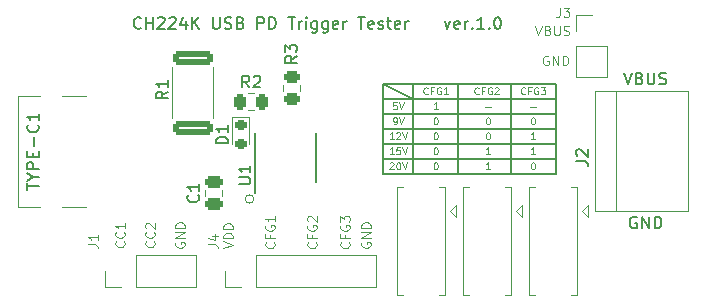
<source format=gto>
G04 #@! TF.GenerationSoftware,KiCad,Pcbnew,(6.0.10-0)*
G04 #@! TF.CreationDate,2023-02-24T11:02:46+09:00*
G04 #@! TF.ProjectId,CH224K_PD_Decoy,43483232-344b-45f5-9044-5f4465636f79,0.5*
G04 #@! TF.SameCoordinates,Original*
G04 #@! TF.FileFunction,Legend,Top*
G04 #@! TF.FilePolarity,Positive*
%FSLAX46Y46*%
G04 Gerber Fmt 4.6, Leading zero omitted, Abs format (unit mm)*
G04 Created by KiCad (PCBNEW (6.0.10-0)) date 2023-02-24 11:02:46*
%MOMM*%
%LPD*%
G01*
G04 APERTURE LIST*
G04 Aperture macros list*
%AMRoundRect*
0 Rectangle with rounded corners*
0 $1 Rounding radius*
0 $2 $3 $4 $5 $6 $7 $8 $9 X,Y pos of 4 corners*
0 Add a 4 corners polygon primitive as box body*
4,1,4,$2,$3,$4,$5,$6,$7,$8,$9,$2,$3,0*
0 Add four circle primitives for the rounded corners*
1,1,$1+$1,$2,$3*
1,1,$1+$1,$4,$5*
1,1,$1+$1,$6,$7*
1,1,$1+$1,$8,$9*
0 Add four rect primitives between the rounded corners*
20,1,$1+$1,$2,$3,$4,$5,0*
20,1,$1+$1,$4,$5,$6,$7,0*
20,1,$1+$1,$6,$7,$8,$9,0*
20,1,$1+$1,$8,$9,$2,$3,0*%
G04 Aperture macros list end*
%ADD10C,0.150000*%
%ADD11C,0.100000*%
%ADD12C,0.120000*%
%ADD13RoundRect,0.250000X0.262500X0.450000X-0.262500X0.450000X-0.262500X-0.450000X0.262500X-0.450000X0*%
%ADD14R,2.500000X1.500000*%
%ADD15O,2.500000X1.500000*%
%ADD16C,2.200000*%
%ADD17R,3.000000X3.000000*%
%ADD18C,3.000000*%
%ADD19R,3.200000X2.300000*%
%ADD20R,0.510000X1.100000*%
%ADD21RoundRect,0.250000X1.425000X-0.362500X1.425000X0.362500X-1.425000X0.362500X-1.425000X-0.362500X0*%
%ADD22R,1.700000X1.700000*%
%ADD23O,1.700000X1.700000*%
%ADD24RoundRect,0.250000X0.450000X-0.262500X0.450000X0.262500X-0.450000X0.262500X-0.450000X-0.262500X0*%
%ADD25RoundRect,0.218750X-0.256250X0.218750X-0.256250X-0.218750X0.256250X-0.218750X0.256250X0.218750X0*%
%ADD26C,0.650000*%
%ADD27R,1.450000X0.600000*%
%ADD28R,1.450000X0.300000*%
%ADD29O,1.600000X1.000000*%
%ADD30O,2.100000X1.000000*%
%ADD31RoundRect,0.250000X0.475000X-0.250000X0.475000X0.250000X-0.475000X0.250000X-0.475000X-0.250000X0*%
G04 APERTURE END LIST*
D10*
X109855000Y-78105000D02*
X109855000Y-85725000D01*
X118110000Y-78105000D02*
X103505000Y-78105000D01*
X118110000Y-85725000D02*
X118110000Y-78105000D01*
X103505000Y-78105000D02*
X103505000Y-85725000D01*
X103505000Y-81915000D02*
X118110000Y-81915000D01*
X114300000Y-78105000D02*
X114300000Y-85725000D01*
X103505000Y-84455000D02*
X118110000Y-84455000D01*
X106045000Y-78105000D02*
X106045000Y-85725000D01*
X118110000Y-80645000D02*
X103505000Y-80645000D01*
X118110000Y-83185000D02*
X103505000Y-83185000D01*
X103505000Y-79375000D02*
X118110000Y-79375000D01*
X103505000Y-78105000D02*
X106045000Y-79375000D01*
X103505000Y-85725000D02*
X118110000Y-85725000D01*
D11*
X116376428Y-82821428D02*
X116033571Y-82821428D01*
X116205000Y-82821428D02*
X116205000Y-82221428D01*
X116147857Y-82307142D01*
X116090714Y-82364285D01*
X116033571Y-82392857D01*
X85960000Y-91541523D02*
X85921904Y-91617714D01*
X85921904Y-91732000D01*
X85960000Y-91846285D01*
X86036190Y-91922476D01*
X86112380Y-91960571D01*
X86264761Y-91998666D01*
X86379047Y-91998666D01*
X86531428Y-91960571D01*
X86607619Y-91922476D01*
X86683809Y-91846285D01*
X86721904Y-91732000D01*
X86721904Y-91655809D01*
X86683809Y-91541523D01*
X86645714Y-91503428D01*
X86379047Y-91503428D01*
X86379047Y-91655809D01*
X86721904Y-91160571D02*
X85921904Y-91160571D01*
X86721904Y-90703428D01*
X85921904Y-90703428D01*
X86721904Y-90322476D02*
X85921904Y-90322476D01*
X85921904Y-90132000D01*
X85960000Y-90017714D01*
X86036190Y-89941523D01*
X86112380Y-89903428D01*
X86264761Y-89865333D01*
X86379047Y-89865333D01*
X86531428Y-89903428D01*
X86607619Y-89941523D01*
X86683809Y-90017714D01*
X86721904Y-90132000D01*
X86721904Y-90322476D01*
X104060714Y-84818571D02*
X104089285Y-84790000D01*
X104146428Y-84761428D01*
X104289285Y-84761428D01*
X104346428Y-84790000D01*
X104375000Y-84818571D01*
X104403571Y-84875714D01*
X104403571Y-84932857D01*
X104375000Y-85018571D01*
X104032142Y-85361428D01*
X104403571Y-85361428D01*
X104775000Y-84761428D02*
X104832142Y-84761428D01*
X104889285Y-84790000D01*
X104917857Y-84818571D01*
X104946428Y-84875714D01*
X104975000Y-84990000D01*
X104975000Y-85132857D01*
X104946428Y-85247142D01*
X104917857Y-85304285D01*
X104889285Y-85332857D01*
X104832142Y-85361428D01*
X104775000Y-85361428D01*
X104717857Y-85332857D01*
X104689285Y-85304285D01*
X104660714Y-85247142D01*
X104632142Y-85132857D01*
X104632142Y-84990000D01*
X104660714Y-84875714D01*
X104689285Y-84818571D01*
X104717857Y-84790000D01*
X104775000Y-84761428D01*
X105146428Y-84761428D02*
X105346428Y-85361428D01*
X105546428Y-84761428D01*
X112566428Y-85361428D02*
X112223571Y-85361428D01*
X112395000Y-85361428D02*
X112395000Y-84761428D01*
X112337857Y-84847142D01*
X112280714Y-84904285D01*
X112223571Y-84932857D01*
X100615714Y-91554190D02*
X100653809Y-91592285D01*
X100691904Y-91706571D01*
X100691904Y-91782761D01*
X100653809Y-91897047D01*
X100577619Y-91973238D01*
X100501428Y-92011333D01*
X100349047Y-92049428D01*
X100234761Y-92049428D01*
X100082380Y-92011333D01*
X100006190Y-91973238D01*
X99930000Y-91897047D01*
X99891904Y-91782761D01*
X99891904Y-91706571D01*
X99930000Y-91592285D01*
X99968095Y-91554190D01*
X100272857Y-90944666D02*
X100272857Y-91211333D01*
X100691904Y-91211333D02*
X99891904Y-91211333D01*
X99891904Y-90830380D01*
X99930000Y-90106571D02*
X99891904Y-90182761D01*
X99891904Y-90297047D01*
X99930000Y-90411333D01*
X100006190Y-90487523D01*
X100082380Y-90525619D01*
X100234761Y-90563714D01*
X100349047Y-90563714D01*
X100501428Y-90525619D01*
X100577619Y-90487523D01*
X100653809Y-90411333D01*
X100691904Y-90297047D01*
X100691904Y-90220857D01*
X100653809Y-90106571D01*
X100615714Y-90068476D01*
X100349047Y-90068476D01*
X100349047Y-90220857D01*
X99891904Y-89801809D02*
X99891904Y-89306571D01*
X100196666Y-89573238D01*
X100196666Y-89458952D01*
X100234761Y-89382761D01*
X100272857Y-89344666D01*
X100349047Y-89306571D01*
X100539523Y-89306571D01*
X100615714Y-89344666D01*
X100653809Y-89382761D01*
X100691904Y-89458952D01*
X100691904Y-89687523D01*
X100653809Y-89763714D01*
X100615714Y-89801809D01*
X116176428Y-80951428D02*
X116233571Y-80951428D01*
X116290714Y-80980000D01*
X116319285Y-81008571D01*
X116347857Y-81065714D01*
X116376428Y-81180000D01*
X116376428Y-81322857D01*
X116347857Y-81437142D01*
X116319285Y-81494285D01*
X116290714Y-81522857D01*
X116233571Y-81551428D01*
X116176428Y-81551428D01*
X116119285Y-81522857D01*
X116090714Y-81494285D01*
X116062142Y-81437142D01*
X116033571Y-81322857D01*
X116033571Y-81180000D01*
X116062142Y-81065714D01*
X116090714Y-81008571D01*
X116119285Y-80980000D01*
X116176428Y-80951428D01*
X104403571Y-84091428D02*
X104060714Y-84091428D01*
X104232142Y-84091428D02*
X104232142Y-83491428D01*
X104175000Y-83577142D01*
X104117857Y-83634285D01*
X104060714Y-83662857D01*
X104946428Y-83491428D02*
X104660714Y-83491428D01*
X104632142Y-83777142D01*
X104660714Y-83748571D01*
X104717857Y-83720000D01*
X104860714Y-83720000D01*
X104917857Y-83748571D01*
X104946428Y-83777142D01*
X104975000Y-83834285D01*
X104975000Y-83977142D01*
X104946428Y-84034285D01*
X104917857Y-84062857D01*
X104860714Y-84091428D01*
X104717857Y-84091428D01*
X104660714Y-84062857D01*
X104632142Y-84034285D01*
X105146428Y-83491428D02*
X105346428Y-84091428D01*
X105546428Y-83491428D01*
X104403571Y-82821428D02*
X104060714Y-82821428D01*
X104232142Y-82821428D02*
X104232142Y-82221428D01*
X104175000Y-82307142D01*
X104117857Y-82364285D01*
X104060714Y-82392857D01*
X104632142Y-82278571D02*
X104660714Y-82250000D01*
X104717857Y-82221428D01*
X104860714Y-82221428D01*
X104917857Y-82250000D01*
X104946428Y-82278571D01*
X104975000Y-82335714D01*
X104975000Y-82392857D01*
X104946428Y-82478571D01*
X104603571Y-82821428D01*
X104975000Y-82821428D01*
X105146428Y-82221428D02*
X105346428Y-82821428D01*
X105546428Y-82221428D01*
X89985904Y-91998666D02*
X90785904Y-91732000D01*
X89985904Y-91465333D01*
X90785904Y-91198666D02*
X89985904Y-91198666D01*
X89985904Y-91008190D01*
X90024000Y-90893904D01*
X90100190Y-90817714D01*
X90176380Y-90779619D01*
X90328761Y-90741523D01*
X90443047Y-90741523D01*
X90595428Y-90779619D01*
X90671619Y-90817714D01*
X90747809Y-90893904D01*
X90785904Y-91008190D01*
X90785904Y-91198666D01*
X90785904Y-90398666D02*
X89985904Y-90398666D01*
X89985904Y-90208190D01*
X90024000Y-90093904D01*
X90100190Y-90017714D01*
X90176380Y-89979619D01*
X90328761Y-89941523D01*
X90443047Y-89941523D01*
X90595428Y-89979619D01*
X90671619Y-90017714D01*
X90747809Y-90093904D01*
X90785904Y-90208190D01*
X90785904Y-90398666D01*
X116376428Y-84091428D02*
X116033571Y-84091428D01*
X116205000Y-84091428D02*
X116205000Y-83491428D01*
X116147857Y-83577142D01*
X116090714Y-83634285D01*
X116033571Y-83662857D01*
X101708000Y-91541523D02*
X101669904Y-91617714D01*
X101669904Y-91732000D01*
X101708000Y-91846285D01*
X101784190Y-91922476D01*
X101860380Y-91960571D01*
X102012761Y-91998666D01*
X102127047Y-91998666D01*
X102279428Y-91960571D01*
X102355619Y-91922476D01*
X102431809Y-91846285D01*
X102469904Y-91732000D01*
X102469904Y-91655809D01*
X102431809Y-91541523D01*
X102393714Y-91503428D01*
X102127047Y-91503428D01*
X102127047Y-91655809D01*
X102469904Y-91160571D02*
X101669904Y-91160571D01*
X102469904Y-90703428D01*
X101669904Y-90703428D01*
X102469904Y-90322476D02*
X101669904Y-90322476D01*
X101669904Y-90132000D01*
X101708000Y-90017714D01*
X101784190Y-89941523D01*
X101860380Y-89903428D01*
X102012761Y-89865333D01*
X102127047Y-89865333D01*
X102279428Y-89903428D01*
X102355619Y-89941523D01*
X102431809Y-90017714D01*
X102469904Y-90132000D01*
X102469904Y-90322476D01*
X115976428Y-80052857D02*
X116433571Y-80052857D01*
X97821714Y-91554190D02*
X97859809Y-91592285D01*
X97897904Y-91706571D01*
X97897904Y-91782761D01*
X97859809Y-91897047D01*
X97783619Y-91973238D01*
X97707428Y-92011333D01*
X97555047Y-92049428D01*
X97440761Y-92049428D01*
X97288380Y-92011333D01*
X97212190Y-91973238D01*
X97136000Y-91897047D01*
X97097904Y-91782761D01*
X97097904Y-91706571D01*
X97136000Y-91592285D01*
X97174095Y-91554190D01*
X97478857Y-90944666D02*
X97478857Y-91211333D01*
X97897904Y-91211333D02*
X97097904Y-91211333D01*
X97097904Y-90830380D01*
X97136000Y-90106571D02*
X97097904Y-90182761D01*
X97097904Y-90297047D01*
X97136000Y-90411333D01*
X97212190Y-90487523D01*
X97288380Y-90525619D01*
X97440761Y-90563714D01*
X97555047Y-90563714D01*
X97707428Y-90525619D01*
X97783619Y-90487523D01*
X97859809Y-90411333D01*
X97897904Y-90297047D01*
X97897904Y-90220857D01*
X97859809Y-90106571D01*
X97821714Y-90068476D01*
X97555047Y-90068476D01*
X97555047Y-90220857D01*
X97174095Y-89763714D02*
X97136000Y-89725619D01*
X97097904Y-89649428D01*
X97097904Y-89458952D01*
X97136000Y-89382761D01*
X97174095Y-89344666D01*
X97250285Y-89306571D01*
X97326476Y-89306571D01*
X97440761Y-89344666D01*
X97897904Y-89801809D01*
X97897904Y-89306571D01*
X107921428Y-84761428D02*
X107978571Y-84761428D01*
X108035714Y-84790000D01*
X108064285Y-84818571D01*
X108092857Y-84875714D01*
X108121428Y-84990000D01*
X108121428Y-85132857D01*
X108092857Y-85247142D01*
X108064285Y-85304285D01*
X108035714Y-85332857D01*
X107978571Y-85361428D01*
X107921428Y-85361428D01*
X107864285Y-85332857D01*
X107835714Y-85304285D01*
X107807142Y-85247142D01*
X107778571Y-85132857D01*
X107778571Y-84990000D01*
X107807142Y-84875714D01*
X107835714Y-84818571D01*
X107864285Y-84790000D01*
X107921428Y-84761428D01*
X112566428Y-84091428D02*
X112223571Y-84091428D01*
X112395000Y-84091428D02*
X112395000Y-83491428D01*
X112337857Y-83577142D01*
X112280714Y-83634285D01*
X112223571Y-83662857D01*
X81565714Y-91465333D02*
X81603809Y-91503428D01*
X81641904Y-91617714D01*
X81641904Y-91693904D01*
X81603809Y-91808190D01*
X81527619Y-91884380D01*
X81451428Y-91922476D01*
X81299047Y-91960571D01*
X81184761Y-91960571D01*
X81032380Y-91922476D01*
X80956190Y-91884380D01*
X80880000Y-91808190D01*
X80841904Y-91693904D01*
X80841904Y-91617714D01*
X80880000Y-91503428D01*
X80918095Y-91465333D01*
X81565714Y-90665333D02*
X81603809Y-90703428D01*
X81641904Y-90817714D01*
X81641904Y-90893904D01*
X81603809Y-91008190D01*
X81527619Y-91084380D01*
X81451428Y-91122476D01*
X81299047Y-91160571D01*
X81184761Y-91160571D01*
X81032380Y-91122476D01*
X80956190Y-91084380D01*
X80880000Y-91008190D01*
X80841904Y-90893904D01*
X80841904Y-90817714D01*
X80880000Y-90703428D01*
X80918095Y-90665333D01*
X81641904Y-89903428D02*
X81641904Y-90360571D01*
X81641904Y-90132000D02*
X80841904Y-90132000D01*
X80956190Y-90208190D01*
X81032380Y-90284380D01*
X81070476Y-90360571D01*
X112366428Y-82221428D02*
X112423571Y-82221428D01*
X112480714Y-82250000D01*
X112509285Y-82278571D01*
X112537857Y-82335714D01*
X112566428Y-82450000D01*
X112566428Y-82592857D01*
X112537857Y-82707142D01*
X112509285Y-82764285D01*
X112480714Y-82792857D01*
X112423571Y-82821428D01*
X112366428Y-82821428D01*
X112309285Y-82792857D01*
X112280714Y-82764285D01*
X112252142Y-82707142D01*
X112223571Y-82592857D01*
X112223571Y-82450000D01*
X112252142Y-82335714D01*
X112280714Y-82278571D01*
X112309285Y-82250000D01*
X112366428Y-82221428D01*
D10*
X124968095Y-89416000D02*
X124872857Y-89368380D01*
X124730000Y-89368380D01*
X124587142Y-89416000D01*
X124491904Y-89511238D01*
X124444285Y-89606476D01*
X124396666Y-89796952D01*
X124396666Y-89939809D01*
X124444285Y-90130285D01*
X124491904Y-90225523D01*
X124587142Y-90320761D01*
X124730000Y-90368380D01*
X124825238Y-90368380D01*
X124968095Y-90320761D01*
X125015714Y-90273142D01*
X125015714Y-89939809D01*
X124825238Y-89939809D01*
X125444285Y-90368380D02*
X125444285Y-89368380D01*
X126015714Y-90368380D01*
X126015714Y-89368380D01*
X126491904Y-90368380D02*
X126491904Y-89368380D01*
X126730000Y-89368380D01*
X126872857Y-89416000D01*
X126968095Y-89511238D01*
X127015714Y-89606476D01*
X127063333Y-89796952D01*
X127063333Y-89939809D01*
X127015714Y-90130285D01*
X126968095Y-90225523D01*
X126872857Y-90320761D01*
X126730000Y-90368380D01*
X126491904Y-90368380D01*
D11*
X84105714Y-91465333D02*
X84143809Y-91503428D01*
X84181904Y-91617714D01*
X84181904Y-91693904D01*
X84143809Y-91808190D01*
X84067619Y-91884380D01*
X83991428Y-91922476D01*
X83839047Y-91960571D01*
X83724761Y-91960571D01*
X83572380Y-91922476D01*
X83496190Y-91884380D01*
X83420000Y-91808190D01*
X83381904Y-91693904D01*
X83381904Y-91617714D01*
X83420000Y-91503428D01*
X83458095Y-91465333D01*
X84105714Y-90665333D02*
X84143809Y-90703428D01*
X84181904Y-90817714D01*
X84181904Y-90893904D01*
X84143809Y-91008190D01*
X84067619Y-91084380D01*
X83991428Y-91122476D01*
X83839047Y-91160571D01*
X83724761Y-91160571D01*
X83572380Y-91122476D01*
X83496190Y-91084380D01*
X83420000Y-91008190D01*
X83381904Y-90893904D01*
X83381904Y-90817714D01*
X83420000Y-90703428D01*
X83458095Y-90665333D01*
X83458095Y-90360571D02*
X83420000Y-90322476D01*
X83381904Y-90246285D01*
X83381904Y-90055809D01*
X83420000Y-89979619D01*
X83458095Y-89941523D01*
X83534285Y-89903428D01*
X83610476Y-89903428D01*
X83724761Y-89941523D01*
X84181904Y-90398666D01*
X84181904Y-89903428D01*
X116176428Y-84761428D02*
X116233571Y-84761428D01*
X116290714Y-84790000D01*
X116319285Y-84818571D01*
X116347857Y-84875714D01*
X116376428Y-84990000D01*
X116376428Y-85132857D01*
X116347857Y-85247142D01*
X116319285Y-85304285D01*
X116290714Y-85332857D01*
X116233571Y-85361428D01*
X116176428Y-85361428D01*
X116119285Y-85332857D01*
X116090714Y-85304285D01*
X116062142Y-85247142D01*
X116033571Y-85132857D01*
X116033571Y-84990000D01*
X116062142Y-84875714D01*
X116090714Y-84818571D01*
X116119285Y-84790000D01*
X116176428Y-84761428D01*
D10*
X123896666Y-77176380D02*
X124230000Y-78176380D01*
X124563333Y-77176380D01*
X125230000Y-77652571D02*
X125372857Y-77700190D01*
X125420476Y-77747809D01*
X125468095Y-77843047D01*
X125468095Y-77985904D01*
X125420476Y-78081142D01*
X125372857Y-78128761D01*
X125277619Y-78176380D01*
X124896666Y-78176380D01*
X124896666Y-77176380D01*
X125230000Y-77176380D01*
X125325238Y-77224000D01*
X125372857Y-77271619D01*
X125420476Y-77366857D01*
X125420476Y-77462095D01*
X125372857Y-77557333D01*
X125325238Y-77604952D01*
X125230000Y-77652571D01*
X124896666Y-77652571D01*
X125896666Y-77176380D02*
X125896666Y-77985904D01*
X125944285Y-78081142D01*
X125991904Y-78128761D01*
X126087142Y-78176380D01*
X126277619Y-78176380D01*
X126372857Y-78128761D01*
X126420476Y-78081142D01*
X126468095Y-77985904D01*
X126468095Y-77176380D01*
X126896666Y-78128761D02*
X127039523Y-78176380D01*
X127277619Y-78176380D01*
X127372857Y-78128761D01*
X127420476Y-78081142D01*
X127468095Y-77985904D01*
X127468095Y-77890666D01*
X127420476Y-77795428D01*
X127372857Y-77747809D01*
X127277619Y-77700190D01*
X127087142Y-77652571D01*
X126991904Y-77604952D01*
X126944285Y-77557333D01*
X126896666Y-77462095D01*
X126896666Y-77366857D01*
X126944285Y-77271619D01*
X126991904Y-77224000D01*
X127087142Y-77176380D01*
X127325238Y-77176380D01*
X127468095Y-77224000D01*
D11*
X112366428Y-80951428D02*
X112423571Y-80951428D01*
X112480714Y-80980000D01*
X112509285Y-81008571D01*
X112537857Y-81065714D01*
X112566428Y-81180000D01*
X112566428Y-81322857D01*
X112537857Y-81437142D01*
X112509285Y-81494285D01*
X112480714Y-81522857D01*
X112423571Y-81551428D01*
X112366428Y-81551428D01*
X112309285Y-81522857D01*
X112280714Y-81494285D01*
X112252142Y-81437142D01*
X112223571Y-81322857D01*
X112223571Y-81180000D01*
X112252142Y-81065714D01*
X112280714Y-81008571D01*
X112309285Y-80980000D01*
X112366428Y-80951428D01*
X107921428Y-80951428D02*
X107978571Y-80951428D01*
X108035714Y-80980000D01*
X108064285Y-81008571D01*
X108092857Y-81065714D01*
X108121428Y-81180000D01*
X108121428Y-81322857D01*
X108092857Y-81437142D01*
X108064285Y-81494285D01*
X108035714Y-81522857D01*
X107978571Y-81551428D01*
X107921428Y-81551428D01*
X107864285Y-81522857D01*
X107835714Y-81494285D01*
X107807142Y-81437142D01*
X107778571Y-81322857D01*
X107778571Y-81180000D01*
X107807142Y-81065714D01*
X107835714Y-81008571D01*
X107864285Y-80980000D01*
X107921428Y-80951428D01*
X107921428Y-82221428D02*
X107978571Y-82221428D01*
X108035714Y-82250000D01*
X108064285Y-82278571D01*
X108092857Y-82335714D01*
X108121428Y-82450000D01*
X108121428Y-82592857D01*
X108092857Y-82707142D01*
X108064285Y-82764285D01*
X108035714Y-82792857D01*
X107978571Y-82821428D01*
X107921428Y-82821428D01*
X107864285Y-82792857D01*
X107835714Y-82764285D01*
X107807142Y-82707142D01*
X107778571Y-82592857D01*
X107778571Y-82450000D01*
X107807142Y-82335714D01*
X107835714Y-82278571D01*
X107864285Y-82250000D01*
X107921428Y-82221428D01*
X112166428Y-80052857D02*
X112623571Y-80052857D01*
X107921428Y-83491428D02*
X107978571Y-83491428D01*
X108035714Y-83520000D01*
X108064285Y-83548571D01*
X108092857Y-83605714D01*
X108121428Y-83720000D01*
X108121428Y-83862857D01*
X108092857Y-83977142D01*
X108064285Y-84034285D01*
X108035714Y-84062857D01*
X107978571Y-84091428D01*
X107921428Y-84091428D01*
X107864285Y-84062857D01*
X107835714Y-84034285D01*
X107807142Y-83977142D01*
X107778571Y-83862857D01*
X107778571Y-83720000D01*
X107807142Y-83605714D01*
X107835714Y-83548571D01*
X107864285Y-83520000D01*
X107921428Y-83491428D01*
X116389333Y-73221904D02*
X116656000Y-74021904D01*
X116922666Y-73221904D01*
X117456000Y-73602857D02*
X117570285Y-73640952D01*
X117608380Y-73679047D01*
X117646476Y-73755238D01*
X117646476Y-73869523D01*
X117608380Y-73945714D01*
X117570285Y-73983809D01*
X117494095Y-74021904D01*
X117189333Y-74021904D01*
X117189333Y-73221904D01*
X117456000Y-73221904D01*
X117532190Y-73260000D01*
X117570285Y-73298095D01*
X117608380Y-73374285D01*
X117608380Y-73450476D01*
X117570285Y-73526666D01*
X117532190Y-73564761D01*
X117456000Y-73602857D01*
X117189333Y-73602857D01*
X117989333Y-73221904D02*
X117989333Y-73869523D01*
X118027428Y-73945714D01*
X118065523Y-73983809D01*
X118141714Y-74021904D01*
X118294095Y-74021904D01*
X118370285Y-73983809D01*
X118408380Y-73945714D01*
X118446476Y-73869523D01*
X118446476Y-73221904D01*
X118789333Y-73983809D02*
X118903619Y-74021904D01*
X119094095Y-74021904D01*
X119170285Y-73983809D01*
X119208380Y-73945714D01*
X119246476Y-73869523D01*
X119246476Y-73793333D01*
X119208380Y-73717142D01*
X119170285Y-73679047D01*
X119094095Y-73640952D01*
X118941714Y-73602857D01*
X118865523Y-73564761D01*
X118827428Y-73526666D01*
X118789333Y-73450476D01*
X118789333Y-73374285D01*
X118827428Y-73298095D01*
X118865523Y-73260000D01*
X118941714Y-73221904D01*
X119132190Y-73221904D01*
X119246476Y-73260000D01*
X104403571Y-81551428D02*
X104517857Y-81551428D01*
X104575000Y-81522857D01*
X104603571Y-81494285D01*
X104660714Y-81408571D01*
X104689285Y-81294285D01*
X104689285Y-81065714D01*
X104660714Y-81008571D01*
X104632142Y-80980000D01*
X104575000Y-80951428D01*
X104460714Y-80951428D01*
X104403571Y-80980000D01*
X104375000Y-81008571D01*
X104346428Y-81065714D01*
X104346428Y-81208571D01*
X104375000Y-81265714D01*
X104403571Y-81294285D01*
X104460714Y-81322857D01*
X104575000Y-81322857D01*
X104632142Y-81294285D01*
X104660714Y-81265714D01*
X104689285Y-81208571D01*
X104860714Y-80951428D02*
X105060714Y-81551428D01*
X105260714Y-80951428D01*
X94265714Y-91554190D02*
X94303809Y-91592285D01*
X94341904Y-91706571D01*
X94341904Y-91782761D01*
X94303809Y-91897047D01*
X94227619Y-91973238D01*
X94151428Y-92011333D01*
X93999047Y-92049428D01*
X93884761Y-92049428D01*
X93732380Y-92011333D01*
X93656190Y-91973238D01*
X93580000Y-91897047D01*
X93541904Y-91782761D01*
X93541904Y-91706571D01*
X93580000Y-91592285D01*
X93618095Y-91554190D01*
X93922857Y-90944666D02*
X93922857Y-91211333D01*
X94341904Y-91211333D02*
X93541904Y-91211333D01*
X93541904Y-90830380D01*
X93580000Y-90106571D02*
X93541904Y-90182761D01*
X93541904Y-90297047D01*
X93580000Y-90411333D01*
X93656190Y-90487523D01*
X93732380Y-90525619D01*
X93884761Y-90563714D01*
X93999047Y-90563714D01*
X94151428Y-90525619D01*
X94227619Y-90487523D01*
X94303809Y-90411333D01*
X94341904Y-90297047D01*
X94341904Y-90220857D01*
X94303809Y-90106571D01*
X94265714Y-90068476D01*
X93999047Y-90068476D01*
X93999047Y-90220857D01*
X94341904Y-89306571D02*
X94341904Y-89763714D01*
X94341904Y-89535142D02*
X93541904Y-89535142D01*
X93656190Y-89611333D01*
X93732380Y-89687523D01*
X93770476Y-89763714D01*
D10*
X108720238Y-72810714D02*
X108958333Y-73477380D01*
X109196428Y-72810714D01*
X109958333Y-73429761D02*
X109863095Y-73477380D01*
X109672619Y-73477380D01*
X109577380Y-73429761D01*
X109529761Y-73334523D01*
X109529761Y-72953571D01*
X109577380Y-72858333D01*
X109672619Y-72810714D01*
X109863095Y-72810714D01*
X109958333Y-72858333D01*
X110005952Y-72953571D01*
X110005952Y-73048809D01*
X109529761Y-73144047D01*
X110434523Y-73477380D02*
X110434523Y-72810714D01*
X110434523Y-73001190D02*
X110482142Y-72905952D01*
X110529761Y-72858333D01*
X110625000Y-72810714D01*
X110720238Y-72810714D01*
X111053571Y-73382142D02*
X111101190Y-73429761D01*
X111053571Y-73477380D01*
X111005952Y-73429761D01*
X111053571Y-73382142D01*
X111053571Y-73477380D01*
X112053571Y-73477380D02*
X111482142Y-73477380D01*
X111767857Y-73477380D02*
X111767857Y-72477380D01*
X111672619Y-72620238D01*
X111577380Y-72715476D01*
X111482142Y-72763095D01*
X112482142Y-73382142D02*
X112529761Y-73429761D01*
X112482142Y-73477380D01*
X112434523Y-73429761D01*
X112482142Y-73382142D01*
X112482142Y-73477380D01*
X113148809Y-72477380D02*
X113244047Y-72477380D01*
X113339285Y-72525000D01*
X113386904Y-72572619D01*
X113434523Y-72667857D01*
X113482142Y-72858333D01*
X113482142Y-73096428D01*
X113434523Y-73286904D01*
X113386904Y-73382142D01*
X113339285Y-73429761D01*
X113244047Y-73477380D01*
X113148809Y-73477380D01*
X113053571Y-73429761D01*
X113005952Y-73382142D01*
X112958333Y-73286904D01*
X112910714Y-73096428D01*
X112910714Y-72858333D01*
X112958333Y-72667857D01*
X113005952Y-72572619D01*
X113053571Y-72525000D01*
X113148809Y-72477380D01*
D11*
X104660714Y-79681428D02*
X104375000Y-79681428D01*
X104346428Y-79967142D01*
X104375000Y-79938571D01*
X104432142Y-79910000D01*
X104575000Y-79910000D01*
X104632142Y-79938571D01*
X104660714Y-79967142D01*
X104689285Y-80024285D01*
X104689285Y-80167142D01*
X104660714Y-80224285D01*
X104632142Y-80252857D01*
X104575000Y-80281428D01*
X104432142Y-80281428D01*
X104375000Y-80252857D01*
X104346428Y-80224285D01*
X104860714Y-79681428D02*
X105060714Y-80281428D01*
X105260714Y-79681428D01*
X108121428Y-80281428D02*
X107778571Y-80281428D01*
X107950000Y-80281428D02*
X107950000Y-79681428D01*
X107892857Y-79767142D01*
X107835714Y-79824285D01*
X107778571Y-79852857D01*
D10*
X83003809Y-73382142D02*
X82956190Y-73429761D01*
X82813333Y-73477380D01*
X82718095Y-73477380D01*
X82575238Y-73429761D01*
X82480000Y-73334523D01*
X82432380Y-73239285D01*
X82384761Y-73048809D01*
X82384761Y-72905952D01*
X82432380Y-72715476D01*
X82480000Y-72620238D01*
X82575238Y-72525000D01*
X82718095Y-72477380D01*
X82813333Y-72477380D01*
X82956190Y-72525000D01*
X83003809Y-72572619D01*
X83432380Y-73477380D02*
X83432380Y-72477380D01*
X83432380Y-72953571D02*
X84003809Y-72953571D01*
X84003809Y-73477380D02*
X84003809Y-72477380D01*
X84432380Y-72572619D02*
X84480000Y-72525000D01*
X84575238Y-72477380D01*
X84813333Y-72477380D01*
X84908571Y-72525000D01*
X84956190Y-72572619D01*
X85003809Y-72667857D01*
X85003809Y-72763095D01*
X84956190Y-72905952D01*
X84384761Y-73477380D01*
X85003809Y-73477380D01*
X85384761Y-72572619D02*
X85432380Y-72525000D01*
X85527619Y-72477380D01*
X85765714Y-72477380D01*
X85860952Y-72525000D01*
X85908571Y-72572619D01*
X85956190Y-72667857D01*
X85956190Y-72763095D01*
X85908571Y-72905952D01*
X85337142Y-73477380D01*
X85956190Y-73477380D01*
X86813333Y-72810714D02*
X86813333Y-73477380D01*
X86575238Y-72429761D02*
X86337142Y-73144047D01*
X86956190Y-73144047D01*
X87337142Y-73477380D02*
X87337142Y-72477380D01*
X87908571Y-73477380D02*
X87480000Y-72905952D01*
X87908571Y-72477380D02*
X87337142Y-73048809D01*
X89099047Y-72477380D02*
X89099047Y-73286904D01*
X89146666Y-73382142D01*
X89194285Y-73429761D01*
X89289523Y-73477380D01*
X89480000Y-73477380D01*
X89575238Y-73429761D01*
X89622857Y-73382142D01*
X89670476Y-73286904D01*
X89670476Y-72477380D01*
X90099047Y-73429761D02*
X90241904Y-73477380D01*
X90480000Y-73477380D01*
X90575238Y-73429761D01*
X90622857Y-73382142D01*
X90670476Y-73286904D01*
X90670476Y-73191666D01*
X90622857Y-73096428D01*
X90575238Y-73048809D01*
X90480000Y-73001190D01*
X90289523Y-72953571D01*
X90194285Y-72905952D01*
X90146666Y-72858333D01*
X90099047Y-72763095D01*
X90099047Y-72667857D01*
X90146666Y-72572619D01*
X90194285Y-72525000D01*
X90289523Y-72477380D01*
X90527619Y-72477380D01*
X90670476Y-72525000D01*
X91432380Y-72953571D02*
X91575238Y-73001190D01*
X91622857Y-73048809D01*
X91670476Y-73144047D01*
X91670476Y-73286904D01*
X91622857Y-73382142D01*
X91575238Y-73429761D01*
X91480000Y-73477380D01*
X91099047Y-73477380D01*
X91099047Y-72477380D01*
X91432380Y-72477380D01*
X91527619Y-72525000D01*
X91575238Y-72572619D01*
X91622857Y-72667857D01*
X91622857Y-72763095D01*
X91575238Y-72858333D01*
X91527619Y-72905952D01*
X91432380Y-72953571D01*
X91099047Y-72953571D01*
X92860952Y-73477380D02*
X92860952Y-72477380D01*
X93241904Y-72477380D01*
X93337142Y-72525000D01*
X93384761Y-72572619D01*
X93432380Y-72667857D01*
X93432380Y-72810714D01*
X93384761Y-72905952D01*
X93337142Y-72953571D01*
X93241904Y-73001190D01*
X92860952Y-73001190D01*
X93860952Y-73477380D02*
X93860952Y-72477380D01*
X94099047Y-72477380D01*
X94241904Y-72525000D01*
X94337142Y-72620238D01*
X94384761Y-72715476D01*
X94432380Y-72905952D01*
X94432380Y-73048809D01*
X94384761Y-73239285D01*
X94337142Y-73334523D01*
X94241904Y-73429761D01*
X94099047Y-73477380D01*
X93860952Y-73477380D01*
X95480000Y-72477380D02*
X96051428Y-72477380D01*
X95765714Y-73477380D02*
X95765714Y-72477380D01*
X96384761Y-73477380D02*
X96384761Y-72810714D01*
X96384761Y-73001190D02*
X96432380Y-72905952D01*
X96480000Y-72858333D01*
X96575238Y-72810714D01*
X96670476Y-72810714D01*
X97003809Y-73477380D02*
X97003809Y-72810714D01*
X97003809Y-72477380D02*
X96956190Y-72525000D01*
X97003809Y-72572619D01*
X97051428Y-72525000D01*
X97003809Y-72477380D01*
X97003809Y-72572619D01*
X97908571Y-72810714D02*
X97908571Y-73620238D01*
X97860952Y-73715476D01*
X97813333Y-73763095D01*
X97718095Y-73810714D01*
X97575238Y-73810714D01*
X97480000Y-73763095D01*
X97908571Y-73429761D02*
X97813333Y-73477380D01*
X97622857Y-73477380D01*
X97527619Y-73429761D01*
X97480000Y-73382142D01*
X97432380Y-73286904D01*
X97432380Y-73001190D01*
X97480000Y-72905952D01*
X97527619Y-72858333D01*
X97622857Y-72810714D01*
X97813333Y-72810714D01*
X97908571Y-72858333D01*
X98813333Y-72810714D02*
X98813333Y-73620238D01*
X98765714Y-73715476D01*
X98718095Y-73763095D01*
X98622857Y-73810714D01*
X98480000Y-73810714D01*
X98384761Y-73763095D01*
X98813333Y-73429761D02*
X98718095Y-73477380D01*
X98527619Y-73477380D01*
X98432380Y-73429761D01*
X98384761Y-73382142D01*
X98337142Y-73286904D01*
X98337142Y-73001190D01*
X98384761Y-72905952D01*
X98432380Y-72858333D01*
X98527619Y-72810714D01*
X98718095Y-72810714D01*
X98813333Y-72858333D01*
X99670476Y-73429761D02*
X99575238Y-73477380D01*
X99384761Y-73477380D01*
X99289523Y-73429761D01*
X99241904Y-73334523D01*
X99241904Y-72953571D01*
X99289523Y-72858333D01*
X99384761Y-72810714D01*
X99575238Y-72810714D01*
X99670476Y-72858333D01*
X99718095Y-72953571D01*
X99718095Y-73048809D01*
X99241904Y-73144047D01*
X100146666Y-73477380D02*
X100146666Y-72810714D01*
X100146666Y-73001190D02*
X100194285Y-72905952D01*
X100241904Y-72858333D01*
X100337142Y-72810714D01*
X100432380Y-72810714D01*
X101384761Y-72477380D02*
X101956190Y-72477380D01*
X101670476Y-73477380D02*
X101670476Y-72477380D01*
X102670476Y-73429761D02*
X102575238Y-73477380D01*
X102384761Y-73477380D01*
X102289523Y-73429761D01*
X102241904Y-73334523D01*
X102241904Y-72953571D01*
X102289523Y-72858333D01*
X102384761Y-72810714D01*
X102575238Y-72810714D01*
X102670476Y-72858333D01*
X102718095Y-72953571D01*
X102718095Y-73048809D01*
X102241904Y-73144047D01*
X103099047Y-73429761D02*
X103194285Y-73477380D01*
X103384761Y-73477380D01*
X103480000Y-73429761D01*
X103527619Y-73334523D01*
X103527619Y-73286904D01*
X103480000Y-73191666D01*
X103384761Y-73144047D01*
X103241904Y-73144047D01*
X103146666Y-73096428D01*
X103099047Y-73001190D01*
X103099047Y-72953571D01*
X103146666Y-72858333D01*
X103241904Y-72810714D01*
X103384761Y-72810714D01*
X103480000Y-72858333D01*
X103813333Y-72810714D02*
X104194285Y-72810714D01*
X103956190Y-72477380D02*
X103956190Y-73334523D01*
X104003809Y-73429761D01*
X104099047Y-73477380D01*
X104194285Y-73477380D01*
X104908571Y-73429761D02*
X104813333Y-73477380D01*
X104622857Y-73477380D01*
X104527619Y-73429761D01*
X104480000Y-73334523D01*
X104480000Y-72953571D01*
X104527619Y-72858333D01*
X104622857Y-72810714D01*
X104813333Y-72810714D01*
X104908571Y-72858333D01*
X104956190Y-72953571D01*
X104956190Y-73048809D01*
X104480000Y-73144047D01*
X105384761Y-73477380D02*
X105384761Y-72810714D01*
X105384761Y-73001190D02*
X105432380Y-72905952D01*
X105480000Y-72858333D01*
X105575238Y-72810714D01*
X105670476Y-72810714D01*
D11*
X117500476Y-75800000D02*
X117424285Y-75761904D01*
X117310000Y-75761904D01*
X117195714Y-75800000D01*
X117119523Y-75876190D01*
X117081428Y-75952380D01*
X117043333Y-76104761D01*
X117043333Y-76219047D01*
X117081428Y-76371428D01*
X117119523Y-76447619D01*
X117195714Y-76523809D01*
X117310000Y-76561904D01*
X117386190Y-76561904D01*
X117500476Y-76523809D01*
X117538571Y-76485714D01*
X117538571Y-76219047D01*
X117386190Y-76219047D01*
X117881428Y-76561904D02*
X117881428Y-75761904D01*
X118338571Y-76561904D01*
X118338571Y-75761904D01*
X118719523Y-76561904D02*
X118719523Y-75761904D01*
X118910000Y-75761904D01*
X119024285Y-75800000D01*
X119100476Y-75876190D01*
X119138571Y-75952380D01*
X119176666Y-76104761D01*
X119176666Y-76219047D01*
X119138571Y-76371428D01*
X119100476Y-76447619D01*
X119024285Y-76523809D01*
X118910000Y-76561904D01*
X118719523Y-76561904D01*
D10*
X92162333Y-78430380D02*
X91829000Y-77954190D01*
X91590904Y-78430380D02*
X91590904Y-77430380D01*
X91971857Y-77430380D01*
X92067095Y-77478000D01*
X92114714Y-77525619D01*
X92162333Y-77620857D01*
X92162333Y-77763714D01*
X92114714Y-77858952D01*
X92067095Y-77906571D01*
X91971857Y-77954190D01*
X91590904Y-77954190D01*
X92543285Y-77525619D02*
X92590904Y-77478000D01*
X92686142Y-77430380D01*
X92924238Y-77430380D01*
X93019476Y-77478000D01*
X93067095Y-77525619D01*
X93114714Y-77620857D01*
X93114714Y-77716095D01*
X93067095Y-77858952D01*
X92495666Y-78430380D01*
X93114714Y-78430380D01*
D11*
X115547857Y-78954285D02*
X115519285Y-78982857D01*
X115433571Y-79011428D01*
X115376428Y-79011428D01*
X115290714Y-78982857D01*
X115233571Y-78925714D01*
X115205000Y-78868571D01*
X115176428Y-78754285D01*
X115176428Y-78668571D01*
X115205000Y-78554285D01*
X115233571Y-78497142D01*
X115290714Y-78440000D01*
X115376428Y-78411428D01*
X115433571Y-78411428D01*
X115519285Y-78440000D01*
X115547857Y-78468571D01*
X116005000Y-78697142D02*
X115805000Y-78697142D01*
X115805000Y-79011428D02*
X115805000Y-78411428D01*
X116090714Y-78411428D01*
X116633571Y-78440000D02*
X116576428Y-78411428D01*
X116490714Y-78411428D01*
X116405000Y-78440000D01*
X116347857Y-78497142D01*
X116319285Y-78554285D01*
X116290714Y-78668571D01*
X116290714Y-78754285D01*
X116319285Y-78868571D01*
X116347857Y-78925714D01*
X116405000Y-78982857D01*
X116490714Y-79011428D01*
X116547857Y-79011428D01*
X116633571Y-78982857D01*
X116662142Y-78954285D01*
X116662142Y-78754285D01*
X116547857Y-78754285D01*
X116862142Y-78411428D02*
X117233571Y-78411428D01*
X117033571Y-78640000D01*
X117119285Y-78640000D01*
X117176428Y-78668571D01*
X117205000Y-78697142D01*
X117233571Y-78754285D01*
X117233571Y-78897142D01*
X117205000Y-78954285D01*
X117176428Y-78982857D01*
X117119285Y-79011428D01*
X116947857Y-79011428D01*
X116890714Y-78982857D01*
X116862142Y-78954285D01*
D10*
X119848380Y-84661333D02*
X120562666Y-84661333D01*
X120705523Y-84708952D01*
X120800761Y-84804190D01*
X120848380Y-84947047D01*
X120848380Y-85042285D01*
X119943619Y-84232761D02*
X119896000Y-84185142D01*
X119848380Y-84089904D01*
X119848380Y-83851809D01*
X119896000Y-83756571D01*
X119943619Y-83708952D01*
X120038857Y-83661333D01*
X120134095Y-83661333D01*
X120276952Y-83708952D01*
X120848380Y-84280380D01*
X120848380Y-83661333D01*
X91273380Y-86613904D02*
X92082904Y-86613904D01*
X92178142Y-86566285D01*
X92225761Y-86518666D01*
X92273380Y-86423428D01*
X92273380Y-86232952D01*
X92225761Y-86137714D01*
X92178142Y-86090095D01*
X92082904Y-86042476D01*
X91273380Y-86042476D01*
X92273380Y-85042476D02*
X92273380Y-85613904D01*
X92273380Y-85328190D02*
X91273380Y-85328190D01*
X91416238Y-85423428D01*
X91511476Y-85518666D01*
X91559095Y-85613904D01*
X85288380Y-78779666D02*
X84812190Y-79113000D01*
X85288380Y-79351095D02*
X84288380Y-79351095D01*
X84288380Y-78970142D01*
X84336000Y-78874904D01*
X84383619Y-78827285D01*
X84478857Y-78779666D01*
X84621714Y-78779666D01*
X84716952Y-78827285D01*
X84764571Y-78874904D01*
X84812190Y-78970142D01*
X84812190Y-79351095D01*
X85288380Y-77827285D02*
X85288380Y-78398714D01*
X85288380Y-78113000D02*
X84288380Y-78113000D01*
X84431238Y-78208238D01*
X84526476Y-78303476D01*
X84574095Y-78398714D01*
D11*
X111610857Y-78954285D02*
X111582285Y-78982857D01*
X111496571Y-79011428D01*
X111439428Y-79011428D01*
X111353714Y-78982857D01*
X111296571Y-78925714D01*
X111268000Y-78868571D01*
X111239428Y-78754285D01*
X111239428Y-78668571D01*
X111268000Y-78554285D01*
X111296571Y-78497142D01*
X111353714Y-78440000D01*
X111439428Y-78411428D01*
X111496571Y-78411428D01*
X111582285Y-78440000D01*
X111610857Y-78468571D01*
X112068000Y-78697142D02*
X111868000Y-78697142D01*
X111868000Y-79011428D02*
X111868000Y-78411428D01*
X112153714Y-78411428D01*
X112696571Y-78440000D02*
X112639428Y-78411428D01*
X112553714Y-78411428D01*
X112468000Y-78440000D01*
X112410857Y-78497142D01*
X112382285Y-78554285D01*
X112353714Y-78668571D01*
X112353714Y-78754285D01*
X112382285Y-78868571D01*
X112410857Y-78925714D01*
X112468000Y-78982857D01*
X112553714Y-79011428D01*
X112610857Y-79011428D01*
X112696571Y-78982857D01*
X112725142Y-78954285D01*
X112725142Y-78754285D01*
X112610857Y-78754285D01*
X112953714Y-78468571D02*
X112982285Y-78440000D01*
X113039428Y-78411428D01*
X113182285Y-78411428D01*
X113239428Y-78440000D01*
X113268000Y-78468571D01*
X113296571Y-78525714D01*
X113296571Y-78582857D01*
X113268000Y-78668571D01*
X112925142Y-79011428D01*
X113296571Y-79011428D01*
X78555904Y-91706666D02*
X79127333Y-91706666D01*
X79241619Y-91744761D01*
X79317809Y-91820952D01*
X79355904Y-91935238D01*
X79355904Y-92011428D01*
X79355904Y-90906666D02*
X79355904Y-91363809D01*
X79355904Y-91135238D02*
X78555904Y-91135238D01*
X78670190Y-91211428D01*
X78746380Y-91287619D01*
X78784476Y-91363809D01*
X118478333Y-71697904D02*
X118478333Y-72269333D01*
X118440238Y-72383619D01*
X118364047Y-72459809D01*
X118249761Y-72497904D01*
X118173571Y-72497904D01*
X118783095Y-71697904D02*
X119278333Y-71697904D01*
X119011666Y-72002666D01*
X119125952Y-72002666D01*
X119202142Y-72040761D01*
X119240238Y-72078857D01*
X119278333Y-72155047D01*
X119278333Y-72345523D01*
X119240238Y-72421714D01*
X119202142Y-72459809D01*
X119125952Y-72497904D01*
X118897380Y-72497904D01*
X118821190Y-72459809D01*
X118783095Y-72421714D01*
D10*
X96210380Y-75755166D02*
X95734190Y-76088500D01*
X96210380Y-76326595D02*
X95210380Y-76326595D01*
X95210380Y-75945642D01*
X95258000Y-75850404D01*
X95305619Y-75802785D01*
X95400857Y-75755166D01*
X95543714Y-75755166D01*
X95638952Y-75802785D01*
X95686571Y-75850404D01*
X95734190Y-75945642D01*
X95734190Y-76326595D01*
X95210380Y-75421833D02*
X95210380Y-74802785D01*
X95591333Y-75136119D01*
X95591333Y-74993261D01*
X95638952Y-74898023D01*
X95686571Y-74850404D01*
X95781809Y-74802785D01*
X96019904Y-74802785D01*
X96115142Y-74850404D01*
X96162761Y-74898023D01*
X96210380Y-74993261D01*
X96210380Y-75278976D01*
X96162761Y-75374214D01*
X96115142Y-75421833D01*
D11*
X107292857Y-78954285D02*
X107264285Y-78982857D01*
X107178571Y-79011428D01*
X107121428Y-79011428D01*
X107035714Y-78982857D01*
X106978571Y-78925714D01*
X106950000Y-78868571D01*
X106921428Y-78754285D01*
X106921428Y-78668571D01*
X106950000Y-78554285D01*
X106978571Y-78497142D01*
X107035714Y-78440000D01*
X107121428Y-78411428D01*
X107178571Y-78411428D01*
X107264285Y-78440000D01*
X107292857Y-78468571D01*
X107750000Y-78697142D02*
X107550000Y-78697142D01*
X107550000Y-79011428D02*
X107550000Y-78411428D01*
X107835714Y-78411428D01*
X108378571Y-78440000D02*
X108321428Y-78411428D01*
X108235714Y-78411428D01*
X108150000Y-78440000D01*
X108092857Y-78497142D01*
X108064285Y-78554285D01*
X108035714Y-78668571D01*
X108035714Y-78754285D01*
X108064285Y-78868571D01*
X108092857Y-78925714D01*
X108150000Y-78982857D01*
X108235714Y-79011428D01*
X108292857Y-79011428D01*
X108378571Y-78982857D01*
X108407142Y-78954285D01*
X108407142Y-78754285D01*
X108292857Y-78754285D01*
X108978571Y-79011428D02*
X108635714Y-79011428D01*
X108807142Y-79011428D02*
X108807142Y-78411428D01*
X108750000Y-78497142D01*
X108692857Y-78554285D01*
X108635714Y-78582857D01*
D10*
X90368380Y-83161095D02*
X89368380Y-83161095D01*
X89368380Y-82923000D01*
X89416000Y-82780142D01*
X89511238Y-82684904D01*
X89606476Y-82637285D01*
X89796952Y-82589666D01*
X89939809Y-82589666D01*
X90130285Y-82637285D01*
X90225523Y-82684904D01*
X90320761Y-82780142D01*
X90368380Y-82923000D01*
X90368380Y-83161095D01*
X90368380Y-81637285D02*
X90368380Y-82208714D01*
X90368380Y-81923000D02*
X89368380Y-81923000D01*
X89511238Y-82018238D01*
X89606476Y-82113476D01*
X89654095Y-82208714D01*
D11*
X88715904Y-91706666D02*
X89287333Y-91706666D01*
X89401619Y-91744761D01*
X89477809Y-91820952D01*
X89515904Y-91935238D01*
X89515904Y-92011428D01*
X88982571Y-90982857D02*
X89515904Y-90982857D01*
X88677809Y-91173333D02*
X89249238Y-91363809D01*
X89249238Y-90868571D01*
D10*
X73366380Y-87081904D02*
X73366380Y-86510476D01*
X74366380Y-86796190D02*
X73366380Y-86796190D01*
X73890190Y-85986666D02*
X74366380Y-85986666D01*
X73366380Y-86320000D02*
X73890190Y-85986666D01*
X73366380Y-85653333D01*
X74366380Y-85320000D02*
X73366380Y-85320000D01*
X73366380Y-84939047D01*
X73414000Y-84843809D01*
X73461619Y-84796190D01*
X73556857Y-84748571D01*
X73699714Y-84748571D01*
X73794952Y-84796190D01*
X73842571Y-84843809D01*
X73890190Y-84939047D01*
X73890190Y-85320000D01*
X73842571Y-84320000D02*
X73842571Y-83986666D01*
X74366380Y-83843809D02*
X74366380Y-84320000D01*
X73366380Y-84320000D01*
X73366380Y-83843809D01*
X73985428Y-83415238D02*
X73985428Y-82653333D01*
X74271142Y-81605714D02*
X74318761Y-81653333D01*
X74366380Y-81796190D01*
X74366380Y-81891428D01*
X74318761Y-82034285D01*
X74223523Y-82129523D01*
X74128285Y-82177142D01*
X73937809Y-82224761D01*
X73794952Y-82224761D01*
X73604476Y-82177142D01*
X73509238Y-82129523D01*
X73414000Y-82034285D01*
X73366380Y-81891428D01*
X73366380Y-81796190D01*
X73414000Y-81653333D01*
X73461619Y-81605714D01*
X74366380Y-80653333D02*
X74366380Y-81224761D01*
X74366380Y-80939047D02*
X73366380Y-80939047D01*
X73509238Y-81034285D01*
X73604476Y-81129523D01*
X73652095Y-81224761D01*
X87831142Y-87542666D02*
X87878761Y-87590285D01*
X87926380Y-87733142D01*
X87926380Y-87828380D01*
X87878761Y-87971238D01*
X87783523Y-88066476D01*
X87688285Y-88114095D01*
X87497809Y-88161714D01*
X87354952Y-88161714D01*
X87164476Y-88114095D01*
X87069238Y-88066476D01*
X86974000Y-87971238D01*
X86926380Y-87828380D01*
X86926380Y-87733142D01*
X86974000Y-87590285D01*
X87021619Y-87542666D01*
X87926380Y-86590285D02*
X87926380Y-87161714D01*
X87926380Y-86876000D02*
X86926380Y-86876000D01*
X87069238Y-86971238D01*
X87164476Y-87066476D01*
X87212095Y-87161714D01*
D12*
X92556064Y-80364000D02*
X92101936Y-80364000D01*
X92556064Y-78894000D02*
X92101936Y-78894000D01*
X120316000Y-88900000D02*
X120816000Y-89400000D01*
X120816000Y-89400000D02*
X120816000Y-88400000D01*
X115824000Y-96012000D02*
X116332000Y-96012000D01*
X115824000Y-86868000D02*
X115824000Y-96012000D01*
X119380000Y-86868000D02*
X119888000Y-86868000D01*
X116332000Y-86868000D02*
X115824000Y-86868000D01*
X119888000Y-96012000D02*
X119380000Y-96012000D01*
X120816000Y-88400000D02*
X120316000Y-88900000D01*
X119888000Y-86868000D02*
X119888000Y-96012000D01*
X129286000Y-88900000D02*
X129286000Y-78740000D01*
X123190000Y-88900000D02*
X123190000Y-78740000D01*
X121412000Y-78740000D02*
X129286000Y-78740000D01*
X121412000Y-78740000D02*
X121412000Y-88900000D01*
X129286000Y-88900000D02*
X121412000Y-88900000D01*
D10*
X97820000Y-86398000D02*
X97820000Y-82258000D01*
X92680000Y-87328000D02*
X92680000Y-82258000D01*
D12*
X92561210Y-87884000D02*
G75*
G03*
X92561210Y-87884000I-359210J0D01*
G01*
X85666000Y-81044064D02*
X85666000Y-76689936D01*
X89086000Y-81044064D02*
X89086000Y-76689936D01*
X115228000Y-89400000D02*
X115228000Y-88400000D01*
X114300000Y-86868000D02*
X114300000Y-96012000D01*
X110236000Y-96012000D02*
X110744000Y-96012000D01*
X110744000Y-86868000D02*
X110236000Y-86868000D01*
X110236000Y-86868000D02*
X110236000Y-96012000D01*
X114300000Y-96012000D02*
X113792000Y-96012000D01*
X115228000Y-88400000D02*
X114728000Y-88900000D01*
X114728000Y-88900000D02*
X115228000Y-89400000D01*
X113792000Y-86868000D02*
X114300000Y-86868000D01*
X82550000Y-95310000D02*
X87690000Y-95310000D01*
X82550000Y-92650000D02*
X87690000Y-92650000D01*
X81280000Y-95310000D02*
X79950000Y-95310000D01*
X87690000Y-95310000D02*
X87690000Y-92650000D01*
X79950000Y-95310000D02*
X79950000Y-93980000D01*
X82550000Y-95310000D02*
X82550000Y-92650000D01*
X119828000Y-77525000D02*
X122488000Y-77525000D01*
X119828000Y-74925000D02*
X122488000Y-74925000D01*
X119828000Y-73655000D02*
X119828000Y-72325000D01*
X122488000Y-74925000D02*
X122488000Y-77525000D01*
X119828000Y-72325000D02*
X121158000Y-72325000D01*
X119828000Y-74925000D02*
X119828000Y-77525000D01*
X95023000Y-78713064D02*
X95023000Y-78258936D01*
X96493000Y-78713064D02*
X96493000Y-78258936D01*
X108712000Y-86868000D02*
X108712000Y-96012000D01*
X104648000Y-86868000D02*
X104648000Y-96012000D01*
X104648000Y-96012000D02*
X105156000Y-96012000D01*
X105156000Y-86868000D02*
X104648000Y-86868000D01*
X109140000Y-88900000D02*
X109640000Y-89400000D01*
X109640000Y-88400000D02*
X109140000Y-88900000D01*
X108712000Y-96012000D02*
X108204000Y-96012000D01*
X109640000Y-89400000D02*
X109640000Y-88400000D01*
X108204000Y-86868000D02*
X108712000Y-86868000D01*
X92175000Y-80938000D02*
X90705000Y-80938000D01*
X90705000Y-80938000D02*
X90705000Y-83223000D01*
X92175000Y-83223000D02*
X92175000Y-80938000D01*
X92715000Y-95310000D02*
X102935000Y-95310000D01*
X102935000Y-95310000D02*
X102935000Y-92650000D01*
X90115000Y-95310000D02*
X90115000Y-93980000D01*
X92715000Y-92650000D02*
X102935000Y-92650000D01*
X92715000Y-95310000D02*
X92715000Y-92650000D01*
X91445000Y-95310000D02*
X90115000Y-95310000D01*
X72554000Y-79120000D02*
X72554000Y-88520000D01*
X74454000Y-88520000D02*
X72554000Y-88520000D01*
X78354000Y-79120000D02*
X76354000Y-79120000D01*
X74454000Y-79120000D02*
X72554000Y-79120000D01*
X78354000Y-88520000D02*
X76354000Y-88520000D01*
X89889000Y-87637252D02*
X89889000Y-87114748D01*
X88419000Y-87637252D02*
X88419000Y-87114748D01*
%LPC*%
D13*
X93241500Y-79629000D03*
X91416500Y-79629000D03*
D14*
X117856000Y-88900000D03*
D15*
X117856000Y-91440000D03*
X117856000Y-93980000D03*
D16*
X127000000Y-73660000D03*
D17*
X125730000Y-81280000D03*
D18*
X125730000Y-86360000D03*
D16*
X127000000Y-93980000D03*
D19*
X95250000Y-84328000D03*
D20*
X93250000Y-86878000D03*
X94250000Y-86878000D03*
X95250000Y-86878000D03*
X96250000Y-86878000D03*
X97250000Y-86878000D03*
X97250000Y-81778000D03*
X96250000Y-81778000D03*
X95250000Y-81778000D03*
X94250000Y-81778000D03*
X93250000Y-81778000D03*
D21*
X87376000Y-81829500D03*
X87376000Y-75904500D03*
D14*
X112268000Y-88900000D03*
D15*
X112268000Y-91440000D03*
X112268000Y-93980000D03*
D22*
X81280000Y-93980000D03*
D23*
X83820000Y-93980000D03*
X86360000Y-93980000D03*
D22*
X121158000Y-73655000D03*
D23*
X121158000Y-76195000D03*
D16*
X74930000Y-93980000D03*
D24*
X95758000Y-79398500D03*
X95758000Y-77573500D03*
D14*
X106680000Y-88900000D03*
D15*
X106680000Y-91440000D03*
X106680000Y-93980000D03*
D25*
X91440000Y-81635500D03*
X91440000Y-83210500D03*
D22*
X91445000Y-93980000D03*
D23*
X93985000Y-93980000D03*
X96525000Y-93980000D03*
X99065000Y-93980000D03*
X101605000Y-93980000D03*
D16*
X74930000Y-73660000D03*
D26*
X79054000Y-80930000D03*
X79054000Y-86710000D03*
D27*
X80499000Y-80570000D03*
X80499000Y-81370000D03*
D28*
X80499000Y-82570000D03*
X80499000Y-83570000D03*
X80499000Y-84070000D03*
X80499000Y-85070000D03*
D27*
X80499000Y-86270000D03*
X80499000Y-87070000D03*
X80499000Y-87070000D03*
X80499000Y-86270000D03*
D28*
X80499000Y-85570000D03*
X80499000Y-84570000D03*
X80499000Y-83070000D03*
X80499000Y-82070000D03*
D27*
X80499000Y-81370000D03*
X80499000Y-80570000D03*
D29*
X75404000Y-88140000D03*
D30*
X79584000Y-88140000D03*
X79584000Y-79500000D03*
D29*
X75404000Y-79500000D03*
D31*
X89154000Y-88326000D03*
X89154000Y-86426000D03*
M02*

</source>
